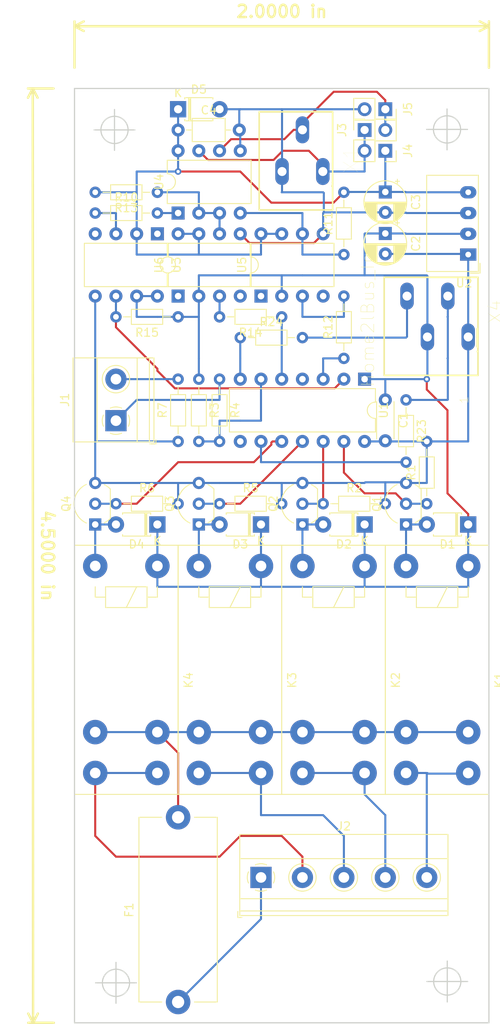
<source format=kicad_pcb>
(kicad_pcb (version 20171130) (host pcbnew 5.0.2+dfsg1-1)
  (title_block (title "Matrix Card 2x6") (date 2020-04-08) (company "Gundolf Kiefer"))
  (layers (0 F.Cu signal) (1 In1.Cu signal hide) (2 In2.Cu signal) (31 B.Cu signal) (34 B.Paste user) (35 F.Paste user) (36 B.SilkS user) (37 F.SilkS user) (38 B.Mask user) (39 F.Mask user) (44 Edge.Cuts user))
  (net 0 "")
  (net 1 +5V)
  (net 2 /SCL)
  (net 3 /SDA)
  (net 4 GND)
  (net 5 "Net-(R23-Pad2)")
  (net 6 "Net-(R24-Pad1)")
  (net 7 "Net-(R10-Pad2)")
  (net 8 "Net-(R11-Pad1)")
  (net 9 "Net-(R13-Pad1)")
  (net 10 +5VA)
  (net 11 /RS485_B)
  (net 12 /RS485_A)
  (net 13 GNDA)
  (net 14 "Net-(J1-Pad1)")
  (net 15 "Net-(J1-Pad2)")
  (net 16 "Net-(J2-Pad2)")
  (net 17 "Net-(J2-Pad3)")
  (net 18 "Net-(J2-Pad4)")
  (net 19 "Net-(F1-Pad1)")
  (net 20 "Net-(Q4-Pad2)")
  (net 21 "Net-(R12-Pad2)")
  (net 22 "Net-(R14-Pad2)")
  (net 23 "Net-(Q3-Pad2)")
  (net 24 "Net-(R10-Pad1)")
  (net 25 "Net-(Q1-Pad2)")
  (net 26 "Net-(Q2-Pad2)")
  (net 27 "Net-(R3-Pad2)")
  (net 28 "Net-(D4-Pad2)")
  (net 29 "Net-(F1-Pad2)")
  (net 30 "Net-(D3-Pad2)")
  (net 31 "Net-(D1-Pad2)")
  (net 32 "Net-(D2-Pad2)")
  (net 33 "Net-(U6-Pad1)")
  (net 34 "Net-(U3-Pad1)")
  (net 35 "Net-(U5-Pad1)")
  (net 36 "Net-(U1-Pad8)")
  (net 37 "Net-(U1-Pad4)")
  (net 38 "Net-(J2-Pad5)")
  (net 39 /UART_TX)
  (net 40 /UART_DRIVE)
  (net 41 /UART_RX)
  (module P-250-403 (layer F.Cu) (at 52.5687 59.66 270)
    (fp_text reference X1 (at -0.125235 -6.719085 270) (layer F.SilkS) (effects (font (size 1.790811 1.790811) (thickness 0.015))))
    (fp_text value RS485)
    (fp_text user 1 (at 8.81119 -3.17533 270) (layer F.SilkS) (effects (font (size 1.576803 1.576803) (thickness 0.015))))
    (pad L1 thru_hole oval (at 1.3 -3.2713 270) (size 3.3 1.65) (drill 1.1) (layers *.Cu *.Mask) (net 11 /RS485_B))
    (pad L2 thru_hole oval (at -3.8 -0.7713 270) (size 3.3 1.65) (drill 1.1) (layers *.Cu *.Mask) (net 12 /RS485_A))
    (pad L3 thru_hole oval (at 1.3 1.7287 270) (size 3.3 1.65) (drill 1.1) (layers *.Cu *.Mask) (net 13 GNDA))
  )
  (module Capacitor_THT:CP_Radial_D5.0mm_P2.50mm (layer F.Cu) (at 63.5 63.46 270)
    (fp_text reference C3 (at 1.25 -3.75 270) (layer F.SilkS))
    (fp_text value 10u)
    (pad 2 thru_hole circle (at 2.5 0 270) (size 1.6 1.6) (drill 0.8) (layers *.Cu *.Mask) (net 13 GNDA))
    (pad 1 thru_hole rect (at 0 0 270) (size 1.6 1.6) (drill 0.8) (layers *.Cu *.Mask) (net 10 +5VA))
  )
  (module Capacitor_THT:CP_Radial_D5.0mm_P2.50mm (layer F.Cu) (at 63.5 68.54 270)
    (fp_text reference C2 (at 1.25 -3.75 270) (layer F.SilkS))
    (fp_text value 10u)
    (pad 1 thru_hole rect (at 0 0 270) (size 1.6 1.6) (drill 0.8) (layers *.Cu *.Mask) (net 1 +5V))
    (pad 2 thru_hole circle (at 2.5 0 270) (size 1.6 1.6) (drill 0.8) (layers *.Cu *.Mask) (net 4 GND))
  )
  (module Converter_DCDC:Converter_DCDC_muRata_CRE1xxxxxxSC_THT (layer F.Cu) (at 73.66 71.12 180)
    (fp_text reference U2 (at 0.5 -3.5) (layer F.SilkS))
    (fp_text value CRE1S0505SC)
    (pad 4 thru_hole oval (at 0 7.62 90) (size 1.5 2) (drill 0.7) (layers *.Cu *.Mask) (net 10 +5VA))
    (pad 3 thru_hole oval (at 0 5.08 90) (size 1.5 2) (drill 0.7) (layers *.Cu *.Mask) (net 13 GNDA))
    (pad 2 thru_hole oval (at 0 2.54 90) (size 1.5 2) (drill 0.7) (layers *.Cu *.Mask) (net 1 +5V))
    (pad 1 thru_hole rect (at 0 0 90) (size 1.5 2) (drill 0.7) (layers *.Cu *.Mask) (net 4 GND))
  )
  (module Diode_THT:D_T-1_P5.08mm_Horizontal (layer F.Cu) (at 38.1 53.34)
    (fp_text reference D5 (at 2.54 -2.42) (layer F.SilkS))
    (fp_text value 5.6V)
    (fp_text user K (at 0 -2) (layer F.SilkS))
    (pad 1 thru_hole rect (at 0 0) (size 2 2) (drill 1) (layers *.Cu *.Mask) (net 10 +5VA))
    (pad 2 thru_hole oval (at 5.08 0) (size 2 2) (drill 1) (layers *.Cu *.Mask) (net 13 GNDA))
  )
  (module Relay_THT:Relay_SPST_Schrack-RP-II-1-16A-FormA_RM5mm (layer F.Cu) (at 73.66 109.22 270)
    (fp_text reference K1 (at 13.97 -3.81 270) (layer F.SilkS))
    (fp_text value "HF115F 005-1HS3B")
    (pad 14 thru_hole circle (at 25.32 0 270) (size 3 3) (drill 1.3) (layers *.Cu *.Mask) (net 38 "Net-(J2-Pad5)"))
    (pad 11 thru_hole circle (at 20.32 7.62 270) (size 3 3) (drill 1.3) (layers *.Cu *.Mask) (net 29 "Net-(F1-Pad2)"))
    (pad 14 thru_hole circle (at 25.32 7.62 270) (size 3 3) (drill 1.3) (layers *.Cu *.Mask) (net 38 "Net-(J2-Pad5)"))
    (pad 11 thru_hole circle (at 20.32 0 270) (size 3 3) (drill 1.3) (layers *.Cu *.Mask) (net 29 "Net-(F1-Pad2)"))
    (pad A2 thru_hole circle (at 0 7.62 270) (size 3 3) (drill 1.3) (layers *.Cu *.Mask) (net 31 "Net-(D1-Pad2)"))
    (pad A1 thru_hole circle (at 0 0 270) (size 3 3) (drill 1.3) (layers *.Cu *.Mask) (net 1 +5V))
  )
  (module Capacitor_THT:C_Disc_D4.3mm_W1.9mm_P5.00mm (layer F.Cu) (at 63.5 88.9 270)
    (fp_text reference C1 (at 2.5 -2.2 270) (layer F.SilkS))
    (fp_text value 100nF)
    (pad 2 thru_hole circle (at 5 0 270) (size 1.6 1.6) (drill 0.8) (layers *.Cu *.Mask) (net 4 GND))
    (pad 1 thru_hole circle (at 0 0 270) (size 1.6 1.6) (drill 0.8) (layers *.Cu *.Mask) (net 1 +5V))
  )
  (module Package_DIP:DIP-14_W7.62mm (layer F.Cu) (at 60.96 86.36 270)
    (fp_text reference U1 (at 3.81 -2.33 270) (layer F.SilkS))
    (fp_text value ATtiny84)
    (pad 14 thru_hole oval (at 7.62 0 270) (size 1.6 1.6) (drill 0.8) (layers *.Cu *.Mask) (net 4 GND))
    (pad 7 thru_hole oval (at 0 15.24 270) (size 1.6 1.6) (drill 0.8) (layers *.Cu *.Mask) (net 6 "Net-(R24-Pad1)"))
    (pad 13 thru_hole oval (at 7.62 2.54 270) (size 1.6 1.6) (drill 0.8) (layers *.Cu *.Mask) (net 25 "Net-(Q1-Pad2)"))
    (pad 6 thru_hole oval (at 0 12.7 270) (size 1.6 1.6) (drill 0.8) (layers *.Cu *.Mask) (net 27 "Net-(R3-Pad2)"))
    (pad 12 thru_hole oval (at 7.62 5.08 270) (size 1.6 1.6) (drill 0.8) (layers *.Cu *.Mask) (net 26 "Net-(Q2-Pad2)"))
    (pad 5 thru_hole oval (at 0 10.16 270) (size 1.6 1.6) (drill 0.8) (layers *.Cu *.Mask) (net 40 /UART_DRIVE))
    (pad 11 thru_hole oval (at 7.62 7.62 270) (size 1.6 1.6) (drill 0.8) (layers *.Cu *.Mask) (net 23 "Net-(Q3-Pad2)"))
    (pad 4 thru_hole oval (at 0 7.62 270) (size 1.6 1.6) (drill 0.8) (layers *.Cu *.Mask) (net 37 "Net-(U1-Pad4)"))
    (pad 10 thru_hole oval (at 7.62 10.16 270) (size 1.6 1.6) (drill 0.8) (layers *.Cu *.Mask) (net 20 "Net-(Q4-Pad2)"))
    (pad 3 thru_hole oval (at 0 5.08 270) (size 1.6 1.6) (drill 0.8) (layers *.Cu *.Mask) (net 39 /UART_TX))
    (pad 9 thru_hole oval (at 7.62 12.7 270) (size 1.6 1.6) (drill 0.8) (layers *.Cu *.Mask) (net 5 "Net-(R23-Pad2)"))
    (pad 2 thru_hole oval (at 0 2.54 270) (size 1.6 1.6) (drill 0.8) (layers *.Cu *.Mask) (net 41 /UART_RX))
    (pad 8 thru_hole oval (at 7.62 15.24 270) (size 1.6 1.6) (drill 0.8) (layers *.Cu *.Mask) (net 36 "Net-(U1-Pad8)"))
    (pad 1 thru_hole rect (at 0 0 270) (size 1.6 1.6) (drill 0.8) (layers *.Cu *.Mask) (net 1 +5V))
  )
  (module Resistor_THT:R_Axial_DIN0204_L3.6mm_D1.6mm_P7.62mm_Horizontal (layer F.Cu) (at 38.1 93.98 90)
    (fp_text reference R7 (at 3.81 -1.92 90) (layer F.SilkS))
    (fp_text value 1k)
    (pad 2 thru_hole oval (at 7.62 0 90) (size 1.4 1.4) (drill 0.7) (layers *.Cu *.Mask) (net 15 "Net-(J1-Pad2)"))
    (pad 1 thru_hole circle (at 0 0 90) (size 1.4 1.4) (drill 0.7) (layers *.Cu *.Mask) (net 4 GND))
  )
  (module Resistor_THT:R_Axial_DIN0204_L3.6mm_D1.6mm_P7.62mm_Horizontal (layer F.Cu) (at 43.18 86.36 270)
    (fp_text reference R4 (at 3.81 -1.92 270) (layer F.SilkS))
    (fp_text value 1k)
    (pad 2 thru_hole oval (at 7.62 0 270) (size 1.4 1.4) (drill 0.7) (layers *.Cu *.Mask) (net 27 "Net-(R3-Pad2)"))
    (pad 1 thru_hole circle (at 0 0 270) (size 1.4 1.4) (drill 0.7) (layers *.Cu *.Mask) (net 14 "Net-(J1-Pad1)"))
  )
  (module Resistor_THT:R_Axial_DIN0204_L3.6mm_D1.6mm_P7.62mm_Horizontal (layer F.Cu) (at 40.64 86.36 270)
    (fp_text reference R3 (at 3.81 -1.92 270) (layer F.SilkS))
    (fp_text value 10k)
    (pad 2 thru_hole oval (at 7.62 0 270) (size 1.4 1.4) (drill 0.7) (layers *.Cu *.Mask) (net 27 "Net-(R3-Pad2)"))
    (pad 1 thru_hole circle (at 0 0 270) (size 1.4 1.4) (drill 0.7) (layers *.Cu *.Mask) (net 1 +5V))
  )
  (module Resistor_THT:R_Axial_DIN0204_L3.6mm_D1.6mm_P7.62mm_Horizontal (layer F.Cu) (at 58.42 83.82 90)
    (fp_text reference R12 (at 3.81 -1.92 90) (layer F.SilkS))
    (fp_text value 330)
    (pad 2 thru_hole oval (at 7.62 0 90) (size 1.4 1.4) (drill 0.7) (layers *.Cu *.Mask) (net 21 "Net-(R12-Pad2)"))
    (pad 1 thru_hole circle (at 0 0 90) (size 1.4 1.4) (drill 0.7) (layers *.Cu *.Mask) (net 39 /UART_TX))
  )
  (module Resistor_THT:R_Axial_DIN0204_L3.6mm_D1.6mm_P7.62mm_Horizontal (layer F.Cu) (at 43.18 101.6)
    (fp_text reference R5 (at 3.81 -1.92) (layer F.SilkS))
    (fp_text value 10k)
    (pad 2 thru_hole oval (at 7.62 0) (size 1.4 1.4) (drill 0.7) (layers *.Cu *.Mask) (net 4 GND))
    (pad 1 thru_hole circle (at 0 0) (size 1.4 1.4) (drill 0.7) (layers *.Cu *.Mask) (net 23 "Net-(Q3-Pad2)"))
  )
  (module Connector_PinSocket_2.54mm:PinSocket_1x02_P2.54mm_Vertical (layer F.Cu) (at 63.5 58.42 270)
    (fp_text reference J4 (at 0 -2.77 270) (layer F.SilkS))
    (fp_text value R+)
    (pad 2 thru_hole oval (at 0 2.54 270) (size 1.7 1.7) (drill 1) (layers *.Cu *.Mask) (net 11 /RS485_B))
    (pad 1 thru_hole rect (at 0 0 270) (size 1.7 1.7) (drill 1) (layers *.Cu *.Mask) (net 10 +5VA))
  )
  (module Connector_PinSocket_2.54mm:PinSocket_1x02_P2.54mm_Vertical (layer F.Cu) (at 63.5 53.34 270)
    (fp_text reference J5 (at 0 -2.77 270) (layer F.SilkS))
    (fp_text value R-)
    (pad 2 thru_hole oval (at 0 2.54 270) (size 1.7 1.7) (drill 1) (layers *.Cu *.Mask) (net 13 GNDA))
    (pad 1 thru_hole rect (at 0 0 270) (size 1.7 1.7) (drill 1) (layers *.Cu *.Mask) (net 12 /RS485_A))
  )
  (module Resistor_THT:R_Axial_DIN0204_L3.6mm_D1.6mm_P7.62mm_Horizontal (layer F.Cu) (at 30.48 101.6)
    (fp_text reference R6 (at 3.81 -1.92) (layer F.SilkS))
    (fp_text value 10k)
    (pad 2 thru_hole oval (at 7.62 0) (size 1.4 1.4) (drill 0.7) (layers *.Cu *.Mask) (net 4 GND))
    (pad 1 thru_hole circle (at 0 0) (size 1.4 1.4) (drill 0.7) (layers *.Cu *.Mask) (net 20 "Net-(Q4-Pad2)"))
  )
  (module Capacitor_THT:C_Axial_L3.8mm_D2.6mm_P7.50mm_Horizontal (layer F.Cu) (at 38.1 55.88)
    (fp_text reference C4 (at 3.75 -2.42) (layer F.SilkS))
    (fp_text value 100nF)
    (pad 2 thru_hole oval (at 7.5 0) (size 1.6 1.6) (drill 0.8) (layers *.Cu *.Mask) (net 13 GNDA))
    (pad 1 thru_hole circle (at 0 0) (size 1.6 1.6) (drill 0.8) (layers *.Cu *.Mask) (net 10 +5VA))
  )
  (module Connector_PinSocket_2.54mm:PinSocket_1x02_P2.54mm_Vertical (layer F.Cu) (at 60.96 55.88 90)
    (fp_text reference J3 (at 0 -2.77 90) (layer F.SilkS))
    (fp_text value RT)
    (pad 2 thru_hole oval (at 0 2.54 90) (size 1.7 1.7) (drill 1) (layers *.Cu *.Mask) (net 12 /RS485_A))
    (pad 1 thru_hole rect (at 0 0 90) (size 1.7 1.7) (drill 1) (layers *.Cu *.Mask) (net 11 /RS485_B))
  )
  (module TerminalBlock_Phoenix:TerminalBlock_Phoenix_MKDS-1,5-2-5.08_1x02_P5.08mm_Horizontal (layer F.Cu) (at 30.48 91.44 90)
    (fp_text reference J1 (at 2.54 -6.26 90) (layer F.SilkS))
    (fp_text value DoorSense)
    (pad 2 thru_hole circle (at 5.08 0 90) (size 2.6 2.6) (drill 1.3) (layers *.Cu *.Mask) (net 15 "Net-(J1-Pad2)"))
    (pad 1 thru_hole rect (at 0 0 90) (size 2.6 2.6) (drill 1.3) (layers *.Cu *.Mask) (net 14 "Net-(J1-Pad1)"))
  )
  (module Fuse:Fuseholder_Cylinder-5x20mm_Stelvio-Kontek_PTF78_Horizontal_Open (layer F.Cu) (at 38.1 162.56 90)
    (fp_text reference F1 (at 11.25 -6 90) (layer F.SilkS))
    (fp_text value Fuse)
    (pad 2 thru_hole circle (at 22.6 0 90) (size 3 3) (drill 1.5) (layers *.Cu *.Mask) (net 29 "Net-(F1-Pad2)"))
    (pad 1 thru_hole circle (at 0 0 90) (size 3 3) (drill 1.5) (layers *.Cu *.Mask) (net 19 "Net-(F1-Pad1)"))
  )
  (module Package_TO_SOT_THT:TO-92_Inline_Wide (layer F.Cu) (at 66.04 104.14 90)
    (fp_text reference Q1 (at 2.54 -3.56 90) (layer F.SilkS))
    (fp_text value BS170)
    (pad 1 thru_hole rect (at 0 0 180) (size 1.5 1.5) (drill 0.8) (layers *.Cu *.Mask) (net 31 "Net-(D1-Pad2)"))
    (pad 3 thru_hole circle (at 5.08 0 180) (size 1.5 1.5) (drill 0.8) (layers *.Cu *.Mask) (net 4 GND))
    (pad 2 thru_hole circle (at 2.54 0 180) (size 1.5 1.5) (drill 0.8) (layers *.Cu *.Mask) (net 25 "Net-(Q1-Pad2)"))
  )
  (module Package_TO_SOT_THT:TO-92_Inline_Wide (layer F.Cu) (at 53.34 104.14 90)
    (fp_text reference Q2 (at 2.54 -3.56 90) (layer F.SilkS))
    (fp_text value BS170)
    (pad 1 thru_hole rect (at 0 0 180) (size 1.5 1.5) (drill 0.8) (layers *.Cu *.Mask) (net 32 "Net-(D2-Pad2)"))
    (pad 3 thru_hole circle (at 5.08 0 180) (size 1.5 1.5) (drill 0.8) (layers *.Cu *.Mask) (net 4 GND))
    (pad 2 thru_hole circle (at 2.54 0 180) (size 1.5 1.5) (drill 0.8) (layers *.Cu *.Mask) (net 26 "Net-(Q2-Pad2)"))
  )
  (module Package_TO_SOT_THT:TO-92_Inline_Wide (layer F.Cu) (at 27.94 104.14 90)
    (fp_text reference Q4 (at 2.54 -3.56 90) (layer F.SilkS))
    (fp_text value BS170)
    (pad 1 thru_hole rect (at 0 0 180) (size 1.5 1.5) (drill 0.8) (layers *.Cu *.Mask) (net 28 "Net-(D4-Pad2)"))
    (pad 3 thru_hole circle (at 5.08 0 180) (size 1.5 1.5) (drill 0.8) (layers *.Cu *.Mask) (net 4 GND))
    (pad 2 thru_hole circle (at 2.54 0 180) (size 1.5 1.5) (drill 0.8) (layers *.Cu *.Mask) (net 20 "Net-(Q4-Pad2)"))
  )
  (module Package_TO_SOT_THT:TO-92_Inline_Wide (layer F.Cu) (at 40.64 104.14 90)
    (fp_text reference Q3 (at 2.54 -3.56 90) (layer F.SilkS))
    (fp_text value BS170)
    (pad 1 thru_hole rect (at 0 0 180) (size 1.5 1.5) (drill 0.8) (layers *.Cu *.Mask) (net 30 "Net-(D3-Pad2)"))
    (pad 3 thru_hole circle (at 5.08 0 180) (size 1.5 1.5) (drill 0.8) (layers *.Cu *.Mask) (net 4 GND))
    (pad 2 thru_hole circle (at 2.54 0 180) (size 1.5 1.5) (drill 0.8) (layers *.Cu *.Mask) (net 23 "Net-(Q3-Pad2)"))
  )
  (module 250-404_000-012:P-250-404 (layer F.Cu) (at 69.1472 79.9 270)
    (fp_text reference X4 (at -1.80022 -7.8138 270) (layer F.SilkS) (effects (font (size 1.57501 1.57501) (thickness 0.05))))
    (fp_text value Home2lBus_In (at -0.80054 7.79256 270) (layer F.SilkS) (effects (font (size 1.57589 1.57589) (thickness 0.05))))
    (fp_text user 1 (at 9.00484 -4.01496 270) (layer F.SilkS) (effects (font (thickness 0.05))))
    (pad L4 thru_hole oval (at -3.7 2.9872 270) (size 3.3 1.65) (drill 1.1) (layers *.Cu *.Mask) (net 3 /SDA))
    (pad L3 thru_hole oval (at 1.3 0.4872 270) (size 3.3 1.65) (drill 1.1) (layers *.Cu *.Mask) (net 1 +5V))
    (pad L2 thru_hole oval (at -3.7 -2.0128 270) (size 3.3 1.65) (drill 1.1) (layers *.Cu *.Mask) (net 2 /SCL))
    (pad L1 thru_hole oval (at 1.3 -4.5128 90) (size 3.3 1.65) (drill 1.1) (layers *.Cu *.Mask) (net 4 GND))
  )
  (module Diode_THT:D_T-1_P5.08mm_Horizontal (layer F.Cu) (at 73.66 104.14 180)
    (fp_text reference D1 (at 2.54 -2.42 180) (layer F.SilkS))
    (fp_text value D)
    (fp_text user K (at 0 -2 180) (layer F.SilkS))
    (pad 2 thru_hole oval (at 5.08 0 180) (size 2 2) (drill 1) (layers *.Cu *.Mask) (net 31 "Net-(D1-Pad2)"))
    (pad 1 thru_hole rect (at 0 0 180) (size 2 2) (drill 1) (layers *.Cu *.Mask) (net 1 +5V))
  )
  (module Diode_THT:D_T-1_P5.08mm_Horizontal (layer F.Cu) (at 60.96 104.14 180)
    (fp_text reference D2 (at 2.54 -2.42 180) (layer F.SilkS))
    (fp_text value D)
    (fp_text user K (at 0 -2 180) (layer F.SilkS))
    (pad 2 thru_hole oval (at 5.08 0 180) (size 2 2) (drill 1) (layers *.Cu *.Mask) (net 32 "Net-(D2-Pad2)"))
    (pad 1 thru_hole rect (at 0 0 180) (size 2 2) (drill 1) (layers *.Cu *.Mask) (net 1 +5V))
  )
  (module Diode_THT:D_T-1_P5.08mm_Horizontal (layer F.Cu) (at 48.26 104.14 180)
    (fp_text reference D3 (at 2.54 -2.42 180) (layer F.SilkS))
    (fp_text value D)
    (fp_text user K (at 0 -2 180) (layer F.SilkS))
    (pad 2 thru_hole oval (at 5.08 0 180) (size 2 2) (drill 1) (layers *.Cu *.Mask) (net 30 "Net-(D3-Pad2)"))
    (pad 1 thru_hole rect (at 0 0 180) (size 2 2) (drill 1) (layers *.Cu *.Mask) (net 1 +5V))
  )
  (module Diode_THT:D_T-1_P5.08mm_Horizontal (layer F.Cu) (at 35.56 104.14 180)
    (fp_text reference D4 (at 2.54 -2.42 180) (layer F.SilkS))
    (fp_text value D)
    (fp_text user K (at 0 -2 180) (layer F.SilkS))
    (pad 2 thru_hole oval (at 5.08 0 180) (size 2 2) (drill 1) (layers *.Cu *.Mask) (net 28 "Net-(D4-Pad2)"))
    (pad 1 thru_hole rect (at 0 0 180) (size 2 2) (drill 1) (layers *.Cu *.Mask) (net 1 +5V))
  )
  (module Package_DIP:DIP-8_W7.62mm (layer F.Cu) (at 48.26 76.2 90)
    (fp_text reference U5 (at 3.81 -2.33 90) (layer F.SilkS))
    (fp_text value 6N137)
    (pad 8 thru_hole oval (at 7.62 0 90) (size 1.6 1.6) (drill 0.8) (layers *.Cu *.Mask) (net 10 +5VA))
    (pad 4 thru_hole oval (at 0 7.62 90) (size 1.6 1.6) (drill 0.8) (layers *.Cu *.Mask))
    (pad 7 thru_hole oval (at 7.62 2.54 90) (size 1.6 1.6) (drill 0.8) (layers *.Cu *.Mask) (net 10 +5VA))
    (pad 3 thru_hole oval (at 0 5.08 90) (size 1.6 1.6) (drill 0.8) (layers *.Cu *.Mask) (net 21 "Net-(R12-Pad2)"))
    (pad 6 thru_hole oval (at 7.62 5.08 90) (size 1.6 1.6) (drill 0.8) (layers *.Cu *.Mask) (net 8 "Net-(R11-Pad1)"))
    (pad 2 thru_hole oval (at 0 2.54 90) (size 1.6 1.6) (drill 0.8) (layers *.Cu *.Mask) (net 1 +5V))
    (pad 5 thru_hole oval (at 7.62 7.62 90) (size 1.6 1.6) (drill 0.8) (layers *.Cu *.Mask) (net 13 GNDA))
    (pad 1 thru_hole rect (at 0 0 90) (size 1.6 1.6) (drill 0.8) (layers *.Cu *.Mask) (net 35 "Net-(U5-Pad1)"))
  )
  (module Package_DIP:DIP-8_W7.62mm (layer F.Cu) (at 38.1 66.04 90)
    (fp_text reference U4 (at 3.81 -2.33 90) (layer F.SilkS))
    (fp_text value MAX485E)
    (pad 8 thru_hole oval (at 7.62 0 90) (size 1.6 1.6) (drill 0.8) (layers *.Cu *.Mask) (net 10 +5VA))
    (pad 4 thru_hole oval (at 0 7.62 90) (size 1.6 1.6) (drill 0.8) (layers *.Cu *.Mask) (net 8 "Net-(R11-Pad1)"))
    (pad 7 thru_hole oval (at 7.62 2.54 90) (size 1.6 1.6) (drill 0.8) (layers *.Cu *.Mask) (net 11 /RS485_B))
    (pad 3 thru_hole oval (at 0 5.08 90) (size 1.6 1.6) (drill 0.8) (layers *.Cu *.Mask) (net 9 "Net-(R13-Pad1)"))
    (pad 6 thru_hole oval (at 7.62 5.08 90) (size 1.6 1.6) (drill 0.8) (layers *.Cu *.Mask) (net 12 /RS485_A))
    (pad 2 thru_hole oval (at 0 2.54 90) (size 1.6 1.6) (drill 0.8) (layers *.Cu *.Mask) (net 9 "Net-(R13-Pad1)"))
    (pad 5 thru_hole oval (at 7.62 7.62 90) (size 1.6 1.6) (drill 0.8) (layers *.Cu *.Mask) (net 13 GNDA))
    (pad 1 thru_hole rect (at 0 0 90) (size 1.6 1.6) (drill 0.8) (layers *.Cu *.Mask) (net 7 "Net-(R10-Pad2)"))
  )
  (module Package_DIP:DIP-8_W7.62mm (layer F.Cu) (at 35.56 68.58 270)
    (fp_text reference U3 (at 3.81 -2.33 270) (layer F.SilkS))
    (fp_text value 6N137)
    (pad 8 thru_hole oval (at 7.62 0 270) (size 1.6 1.6) (drill 0.8) (layers *.Cu *.Mask) (net 1 +5V))
    (pad 4 thru_hole oval (at 0 7.62 270) (size 1.6 1.6) (drill 0.8) (layers *.Cu *.Mask))
    (pad 7 thru_hole oval (at 7.62 2.54 270) (size 1.6 1.6) (drill 0.8) (layers *.Cu *.Mask) (net 1 +5V))
    (pad 3 thru_hole oval (at 0 5.08 270) (size 1.6 1.6) (drill 0.8) (layers *.Cu *.Mask) (net 24 "Net-(R10-Pad1)"))
    (pad 6 thru_hole oval (at 7.62 5.08 270) (size 1.6 1.6) (drill 0.8) (layers *.Cu *.Mask) (net 41 /UART_RX))
    (pad 2 thru_hole oval (at 0 2.54 270) (size 1.6 1.6) (drill 0.8) (layers *.Cu *.Mask) (net 10 +5VA))
    (pad 5 thru_hole oval (at 7.62 7.62 270) (size 1.6 1.6) (drill 0.8) (layers *.Cu *.Mask) (net 4 GND))
    (pad 1 thru_hole rect (at 0 0 270) (size 1.6 1.6) (drill 0.8) (layers *.Cu *.Mask) (net 34 "Net-(U3-Pad1)"))
  )
  (module Package_DIP:DIP-8_W7.62mm (layer F.Cu) (at 38.1 76.2 90)
    (fp_text reference U6 (at 3.81 -2.33 90) (layer F.SilkS))
    (fp_text value 6N137)
    (pad 8 thru_hole oval (at 7.62 0 90) (size 1.6 1.6) (drill 0.8) (layers *.Cu *.Mask) (net 10 +5VA))
    (pad 4 thru_hole oval (at 0 7.62 90) (size 1.6 1.6) (drill 0.8) (layers *.Cu *.Mask))
    (pad 7 thru_hole oval (at 7.62 2.54 90) (size 1.6 1.6) (drill 0.8) (layers *.Cu *.Mask) (net 10 +5VA))
    (pad 3 thru_hole oval (at 0 5.08 90) (size 1.6 1.6) (drill 0.8) (layers *.Cu *.Mask) (net 22 "Net-(R14-Pad2)"))
    (pad 6 thru_hole oval (at 7.62 5.08 90) (size 1.6 1.6) (drill 0.8) (layers *.Cu *.Mask) (net 9 "Net-(R13-Pad1)"))
    (pad 2 thru_hole oval (at 0 2.54 90) (size 1.6 1.6) (drill 0.8) (layers *.Cu *.Mask) (net 1 +5V))
    (pad 5 thru_hole oval (at 7.62 7.62 90) (size 1.6 1.6) (drill 0.8) (layers *.Cu *.Mask) (net 13 GNDA))
    (pad 1 thru_hole rect (at 0 0 90) (size 1.6 1.6) (drill 0.8) (layers *.Cu *.Mask) (net 33 "Net-(U6-Pad1)"))
  )
  (module Relay_THT:Relay_SPST_Schrack-RP-II-1-16A-FormA_RM5mm (layer F.Cu) (at 60.96 109.22 270)
    (fp_text reference K2 (at 13.97 -3.81 270) (layer F.SilkS))
    (fp_text value "HF115F 005-1HS3B")
    (pad 14 thru_hole circle (at 25.32 0 270) (size 3 3) (drill 1.3) (layers *.Cu *.Mask) (net 18 "Net-(J2-Pad4)"))
    (pad 11 thru_hole circle (at 20.32 7.62 270) (size 3 3) (drill 1.3) (layers *.Cu *.Mask) (net 29 "Net-(F1-Pad2)"))
    (pad 14 thru_hole circle (at 25.32 7.62 270) (size 3 3) (drill 1.3) (layers *.Cu *.Mask) (net 18 "Net-(J2-Pad4)"))
    (pad 11 thru_hole circle (at 20.32 0 270) (size 3 3) (drill 1.3) (layers *.Cu *.Mask) (net 29 "Net-(F1-Pad2)"))
    (pad A2 thru_hole circle (at 0 7.62 270) (size 3 3) (drill 1.3) (layers *.Cu *.Mask) (net 32 "Net-(D2-Pad2)"))
    (pad A1 thru_hole circle (at 0 0 270) (size 3 3) (drill 1.3) (layers *.Cu *.Mask) (net 1 +5V))
  )
  (module Relay_THT:Relay_SPST_Schrack-RP-II-1-16A-FormA_RM5mm (layer F.Cu) (at 48.26 109.22 270)
    (fp_text reference K3 (at 13.97 -3.81 270) (layer F.SilkS))
    (fp_text value "HF115F 005-1HS3B")
    (pad 14 thru_hole circle (at 25.32 0 270) (size 3 3) (drill 1.3) (layers *.Cu *.Mask) (net 17 "Net-(J2-Pad3)"))
    (pad 11 thru_hole circle (at 20.32 7.62 270) (size 3 3) (drill 1.3) (layers *.Cu *.Mask) (net 29 "Net-(F1-Pad2)"))
    (pad 14 thru_hole circle (at 25.32 7.62 270) (size 3 3) (drill 1.3) (layers *.Cu *.Mask) (net 17 "Net-(J2-Pad3)"))
    (pad 11 thru_hole circle (at 20.32 0 270) (size 3 3) (drill 1.3) (layers *.Cu *.Mask) (net 29 "Net-(F1-Pad2)"))
    (pad A2 thru_hole circle (at 0 7.62 270) (size 3 3) (drill 1.3) (layers *.Cu *.Mask) (net 30 "Net-(D3-Pad2)"))
    (pad A1 thru_hole circle (at 0 0 270) (size 3 3) (drill 1.3) (layers *.Cu *.Mask) (net 1 +5V))
  )
  (module Relay_THT:Relay_SPST_Schrack-RP-II-1-16A-FormA_RM5mm (layer F.Cu) (at 35.56 109.22 270)
    (fp_text reference K4 (at 13.97 -3.81 270) (layer F.SilkS))
    (fp_text value "HF115F 005-1HS3B")
    (pad 14 thru_hole circle (at 25.32 0 270) (size 3 3) (drill 1.3) (layers *.Cu *.Mask) (net 16 "Net-(J2-Pad2)"))
    (pad 11 thru_hole circle (at 20.32 7.62 270) (size 3 3) (drill 1.3) (layers *.Cu *.Mask) (net 29 "Net-(F1-Pad2)"))
    (pad 14 thru_hole circle (at 25.32 7.62 270) (size 3 3) (drill 1.3) (layers *.Cu *.Mask) (net 16 "Net-(J2-Pad2)"))
    (pad 11 thru_hole circle (at 20.32 0 270) (size 3 3) (drill 1.3) (layers *.Cu *.Mask) (net 29 "Net-(F1-Pad2)"))
    (pad A2 thru_hole circle (at 0 7.62 270) (size 3 3) (drill 1.3) (layers *.Cu *.Mask) (net 28 "Net-(D4-Pad2)"))
    (pad A1 thru_hole circle (at 0 0 270) (size 3 3) (drill 1.3) (layers *.Cu *.Mask) (net 1 +5V))
  )
  (module Resistor_THT:R_Axial_DIN0204_L3.6mm_D1.6mm_P7.62mm_Horizontal (layer F.Cu) (at 45.72 81.28)
    (fp_text reference R24 (at 3.81 -1.92) (layer F.SilkS))
    (fp_text value 100)
    (pad 2 thru_hole oval (at 7.62 0) (size 1.4 1.4) (drill 0.7) (layers *.Cu *.Mask) (net 3 /SDA))
    (pad 1 thru_hole circle (at 0 0) (size 1.4 1.4) (drill 0.7) (layers *.Cu *.Mask) (net 6 "Net-(R24-Pad1)"))
  )
  (module Resistor_THT:R_Axial_DIN0204_L3.6mm_D1.6mm_P7.62mm_Horizontal (layer F.Cu) (at 55.88 101.6)
    (fp_text reference R2 (at 3.81 -1.92) (layer F.SilkS))
    (fp_text value 10k)
    (pad 2 thru_hole oval (at 7.62 0) (size 1.4 1.4) (drill 0.7) (layers *.Cu *.Mask) (net 4 GND))
    (pad 1 thru_hole circle (at 0 0) (size 1.4 1.4) (drill 0.7) (layers *.Cu *.Mask) (net 26 "Net-(Q2-Pad2)"))
  )
  (module Resistor_THT:R_Axial_DIN0204_L3.6mm_D1.6mm_P7.62mm_Horizontal (layer F.Cu) (at 68.58 101.6 90)
    (fp_text reference R1 (at 3.81 -1.92 90) (layer F.SilkS))
    (fp_text value 10k)
    (pad 2 thru_hole oval (at 7.62 0 90) (size 1.4 1.4) (drill 0.7) (layers *.Cu *.Mask) (net 4 GND))
    (pad 1 thru_hole circle (at 0 0 90) (size 1.4 1.4) (drill 0.7) (layers *.Cu *.Mask) (net 25 "Net-(Q1-Pad2)"))
  )
  (module Resistor_THT:R_Axial_DIN0204_L3.6mm_D1.6mm_P7.62mm_Horizontal (layer F.Cu) (at 27.94 66.04)
    (fp_text reference R10 (at 3.81 -1.92) (layer F.SilkS))
    (fp_text value 330)
    (pad 2 thru_hole oval (at 7.62 0) (size 1.4 1.4) (drill 0.7) (layers *.Cu *.Mask) (net 7 "Net-(R10-Pad2)"))
    (pad 1 thru_hole circle (at 0 0) (size 1.4 1.4) (drill 0.7) (layers *.Cu *.Mask) (net 24 "Net-(R10-Pad1)"))
  )
  (module Resistor_THT:R_Axial_DIN0204_L3.6mm_D1.6mm_P7.62mm_Horizontal (layer F.Cu) (at 66.04 88.9 270)
    (fp_text reference R23 (at 3.81 -1.92 270) (layer F.SilkS))
    (fp_text value 100)
    (pad 2 thru_hole oval (at 7.62 0 270) (size 1.4 1.4) (drill 0.7) (layers *.Cu *.Mask) (net 5 "Net-(R23-Pad2)"))
    (pad 1 thru_hole circle (at 0 0 270) (size 1.4 1.4) (drill 0.7) (layers *.Cu *.Mask) (net 2 /SCL))
  )
  (module Resistor_THT:R_Axial_DIN0204_L3.6mm_D1.6mm_P7.62mm_Horizontal (layer F.Cu) (at 38.1 78.74 180)
    (fp_text reference R15 (at 3.81 -1.92 180) (layer F.SilkS))
    (fp_text value 1k)
    (pad 2 thru_hole oval (at 7.62 0 180) (size 1.4 1.4) (drill 0.7) (layers *.Cu *.Mask) (net 41 /UART_RX))
    (pad 1 thru_hole circle (at 0 0 180) (size 1.4 1.4) (drill 0.7) (layers *.Cu *.Mask) (net 1 +5V))
  )
  (module Resistor_THT:R_Axial_DIN0204_L3.6mm_D1.6mm_P7.62mm_Horizontal (layer F.Cu) (at 50.8 78.74 180)
    (fp_text reference R14 (at 3.81 -1.92 180) (layer F.SilkS))
    (fp_text value 330)
    (pad 2 thru_hole oval (at 7.62 0 180) (size 1.4 1.4) (drill 0.7) (layers *.Cu *.Mask) (net 22 "Net-(R14-Pad2)"))
    (pad 1 thru_hole circle (at 0 0 180) (size 1.4 1.4) (drill 0.7) (layers *.Cu *.Mask) (net 40 /UART_DRIVE))
  )
  (module Resistor_THT:R_Axial_DIN0204_L3.6mm_D1.6mm_P7.62mm_Horizontal (layer F.Cu) (at 58.42 71.12 90)
    (fp_text reference R11 (at 3.81 -1.92 90) (layer F.SilkS))
    (fp_text value 1k)
    (pad 2 thru_hole oval (at 7.62 0 90) (size 1.4 1.4) (drill 0.7) (layers *.Cu *.Mask) (net 10 +5VA))
    (pad 1 thru_hole circle (at 0 0 90) (size 1.4 1.4) (drill 0.7) (layers *.Cu *.Mask) (net 8 "Net-(R11-Pad1)"))
  )
  (module Resistor_THT:R_Axial_DIN0204_L3.6mm_D1.6mm_P7.62mm_Horizontal (layer F.Cu) (at 35.56 63.5 180)
    (fp_text reference R13 (at 3.81 -1.92 180) (layer F.SilkS))
    (fp_text value 1k)
    (pad 2 thru_hole oval (at 7.62 0 180) (size 1.4 1.4) (drill 0.7) (layers *.Cu *.Mask) (net 10 +5VA))
    (pad 1 thru_hole circle (at 0 0 180) (size 1.4 1.4) (drill 0.7) (layers *.Cu *.Mask) (net 9 "Net-(R13-Pad1)"))
  )
  (module TerminalBlock_Phoenix:TerminalBlock_Phoenix_MKDS-1,5-5-5.08_1x05_P5.08mm_Horizontal (layer F.Cu) (at 48.26 147.32)
    (fp_text reference J2 (at 10.16 -6.26) (layer F.SilkS))
    (fp_text value Load)
    (pad 5 thru_hole circle (at 20.32 0) (size 2.6 2.6) (drill 1.3) (layers *.Cu *.Mask) (net 38 "Net-(J2-Pad5)"))
    (pad 4 thru_hole circle (at 15.24 0) (size 2.6 2.6) (drill 1.3) (layers *.Cu *.Mask) (net 18 "Net-(J2-Pad4)"))
    (pad 3 thru_hole circle (at 10.16 0) (size 2.6 2.6) (drill 1.3) (layers *.Cu *.Mask) (net 17 "Net-(J2-Pad3)"))
    (pad 2 thru_hole circle (at 5.08 0) (size 2.6 2.6) (drill 1.3) (layers *.Cu *.Mask) (net 16 "Net-(J2-Pad2)"))
    (pad 1 thru_hole rect (at 0 0) (size 2.6 2.6) (drill 1.3) (layers *.Cu *.Mask) (net 19 "Net-(F1-Pad1)"))
  )
  (gr_line (start 25.4 50.8) (end 25.4 165.1) (layer Edge.Cuts) (width 0.15))
  (dimension 114.300005 (width 0.3) (layer F.SilkS) (gr_text "114.300 mm" (at 18.202812 107.951396 270.0172318) (layer F.SilkS) (effects (font (size 1.5 1.5) (thickness 0.3)))) (feature1 (pts (xy 22.86 165.1) (xy 19.733579 165.10094))) (feature2 (pts (xy 22.825624 50.8) (xy 19.699203 50.80094))) (crossbar (pts (xy 20.285624 50.800764) (xy 20.32 165.100764))) (arrow1a (pts (xy 20.32 165.100764) (xy 19.73324 163.974437))) (arrow1b (pts (xy 20.32 165.100764) (xy 20.906082 163.974084))) (arrow2a (pts (xy 20.285624 50.800764) (xy 19.699542 51.927444))) (arrow2b (pts (xy 20.285624 50.800764) (xy 20.872384 51.927091))))
  (target plus (at 71.09433 160.050398) (size 5) (width 0.15) (layer Edge.Cuts))
  (target plus (at 30.484989 160.212536) (size 5) (width 0.15) (layer Edge.Cuts))
  (target plus (at 71.06438 55.807253) (size 5) (width 0.15) (layer Edge.Cuts))
  (target plus (at 30.302565 55.870249) (size 5) (width 0.15) (layer Edge.Cuts))
  (gr_line (start 76.2 165.1) (end 76.2 50.8) (layer Edge.Cuts) (width 0.15))
  (gr_line (start 25.4 165.1) (end 76.2 165.1) (layer Edge.Cuts) (width 0.15))
  (gr_line (start 76.2 50.8) (end 25.4 50.8) (layer Edge.Cuts) (width 0.15))
  (dimension 50.8 (width 0.3) (layer F.SilkS) (gr_text "50.800 mm" (at 50.8 41.08) (layer F.SilkS) (effects (font (size 1.5 1.5) (thickness 0.3)))) (feature1 (pts (xy 76.2 48.26) (xy 76.2 42.593579))) (feature2 (pts (xy 25.4 48.26) (xy 25.4 42.593579))) (crossbar (pts (xy 25.4 43.18) (xy 76.2 43.18))) (arrow1a (pts (xy 76.2 43.18) (xy 75.073496 43.766421))) (arrow1b (pts (xy 76.2 43.18) (xy 75.073496 42.593579))) (arrow2a (pts (xy 25.4 43.18) (xy 26.526504 43.766421))) (arrow2b (pts (xy 25.4 43.18) (xy 26.526504 42.593579))))
  (segment (start 35.56 109.22) (end 35.56 104.14) (width 0.25) (layer B.Cu) (net 1))
  (segment (start 48.26 104.14) (end 48.26 109.22) (width 0.25) (layer B.Cu) (net 1))
  (segment (start 60.96 109.22) (end 60.96 104.14) (width 0.25) (layer B.Cu) (net 1))
  (segment (start 35.56 109.22) (end 35.56 111.76) (width 0.25) (layer B.Cu) (net 1))
  (segment (start 35.56 111.76) (end 48.26 111.76) (width 0.25) (layer B.Cu) (net 1))
  (segment (start 48.26 111.76) (end 48.26 109.22) (width 0.25) (layer B.Cu) (net 1))
  (segment (start 48.26 111.76) (end 60.96 111.76) (width 0.25) (layer B.Cu) (net 1))
  (segment (start 60.96 111.76) (end 60.96 109.22) (width 0.25) (layer B.Cu) (net 1))
  (segment (start 60.96 111.76) (end 73.66 111.76) (width 0.25) (layer B.Cu) (net 1))
  (segment (start 33.02 78.74) (end 33.02 76.2) (width 0.25) (layer B.Cu) (net 1))
  (segment (start 40.64 78.74) (end 35.56 78.74) (width 0.25) (layer B.Cu) (net 1))
  (segment (start 68.66 80.375) (end 68.66 81.2) (width 0.25) (layer F.Cu) (net 1))
  (segment (start 35.56 78.74) (end 33.02 78.74) (width 0.25) (layer B.Cu) (net 1))
  (segment (start 33.02 76.2) (end 35.56 76.2) (width 0.25) (layer B.Cu) (net 1))
  (segment (start 60.96 86.36) (end 63.5 86.36) (width 0.25) (layer B.Cu) (net 1))
  (segment (start 63.5 86.36) (end 63.5 88.9) (width 0.25) (layer B.Cu) (net 1))
  (segment (start 63.5 86.36) (end 68.58 86.36) (width 0.25) (layer B.Cu) (net 1))
  (segment (start 68.66 81.2) (end 68.66 86.28) (width 0.25) (layer B.Cu) (net 1))
  (segment (start 40.64 76.2) (end 40.64 83.82) (width 0.25) (layer B.Cu) (net 1))
  (segment (start 40.64 86.36) (end 40.64 83.82) (width 0.25) (layer B.Cu) (net 1))
  (segment (start 40.64 76.2) (end 40.64 73.66) (width 0.25) (layer B.Cu) (net 1))
  (segment (start 68.66 73.74) (end 68.66 81.2) (width 0.25) (layer B.Cu) (net 1))
  (segment (start 68.58 73.66) (end 68.66 73.74) (width 0.25) (layer B.Cu) (net 1))
  (segment (start 50.8 76.2) (end 50.8 73.66) (width 0.25) (layer B.Cu) (net 1))
  (segment (start 40.64 73.66) (end 53.34 73.66) (width 0.25) (layer B.Cu) (net 1))
  (segment (start 73.66 111.76) (end 73.66 109.22) (width 0.25) (layer B.Cu) (net 1))
  (segment (start 73.66 104.14) (end 73.66 109.22) (width 0.25) (layer B.Cu) (net 1))
  (segment (start 73.66 104.14) (end 73.66 102.87) (width 0.25) (layer F.Cu) (net 1))
  (segment (start 73.66 102.87) (end 71.12 100.33) (width 0.25) (layer F.Cu) (net 1))
  (segment (start 71.12 100.33) (end 71.12 90.17) (width 0.25) (layer F.Cu) (net 1))
  (segment (start 71.12 90.17) (end 68.58 87.63) (width 0.25) (layer F.Cu) (net 1))
  (segment (start 68.58 87.63) (end 68.58 86.36) (width 0.25) (layer F.Cu) (net 1))
  (segment (start 68.58 86.36) (end 68.58 86.36) (width 0.25) (layer B.Cu) (net 1))
  (via (at 68.58 86.36) (size 0.8) (drill 0.4) (layers F.Cu B.Cu) (net 1))
  (segment (start 66.04 68.58) (end 73.66 68.58) (width 0.25) (layer B.Cu) (net 1))
  (segment (start 66 68.54) (end 63.5 68.54) (width 0.25) (layer B.Cu) (net 1))
  (segment (start 66.04 68.58) (end 66 68.54) (width 0.25) (layer B.Cu) (net 1))
  (segment (start 63.5 68.54) (end 61 68.54) (width 0.25) (layer B.Cu) (net 1))
  (segment (start 60.96 68.58) (end 60.96 73.66) (width 0.25) (layer B.Cu) (net 1))
  (segment (start 53.34 73.66) (end 60.96 73.66) (width 0.25) (layer B.Cu) (net 1))
  (segment (start 61 68.54) (end 60.96 68.58) (width 0.25) (layer B.Cu) (net 1))
  (segment (start 60.96 73.66) (end 68.58 73.66) (width 0.25) (layer B.Cu) (net 1))
  (segment (start 71.16 76.2) (end 71.16 78.7) (width 0.25) (layer B.Cu) (net 2))
  (segment (start 71.16 78.7) (end 71.12 78.74) (width 0.25) (layer B.Cu) (net 2))
  (segment (start 71.16 78.7) (end 71.16 83.78) (width 0.25) (layer B.Cu) (net 2))
  (segment (start 71.16 83.78) (end 71.12 83.82) (width 0.25) (layer B.Cu) (net 2))
  (segment (start 71.16 83.78) (end 71.16 88.86) (width 0.25) (layer B.Cu) (net 2))
  (segment (start 71.12 88.9) (end 66.04 88.9) (width 0.25) (layer B.Cu) (net 2))
  (segment (start 71.16 88.86) (end 71.12 88.9) (width 0.25) (layer B.Cu) (net 2))
  (segment (start 66.16 76.2) (end 66.16 81.16) (width 0.25) (layer B.Cu) (net 3))
  (segment (start 66.04 81.28) (end 55.88 81.28) (width 0.25) (layer B.Cu) (net 3))
  (segment (start 66.16 81.16) (end 66.04 81.28) (width 0.25) (layer B.Cu) (net 3))
  (segment (start 55.88 81.28) (end 53.34 81.28) (width 0.25) (layer B.Cu) (net 3))
  (segment (start 65.96 98.98) (end 66.04 99.06) (width 0.25) (layer B.Cu) (net 4))
  (segment (start 63.5 98.98) (end 65.96 98.98) (width 0.25) (layer B.Cu) (net 4))
  (segment (start 61.04 98.98) (end 63.5 98.98) (width 0.25) (layer B.Cu) (net 4))
  (segment (start 60.96 99.06) (end 61.04 98.98) (width 0.25) (layer B.Cu) (net 4))
  (segment (start 43.18 99.06) (end 27.94 99.06) (width 0.25) (layer B.Cu) (net 4))
  (segment (start 38.1 101.6) (end 38.1 99.06) (width 0.25) (layer B.Cu) (net 4))
  (segment (start 50.8 101.6) (end 50.8 99.06) (width 0.25) (layer B.Cu) (net 4))
  (segment (start 60.96 99.06) (end 50.8 99.06) (width 0.25) (layer B.Cu) (net 4))
  (segment (start 50.8 99.06) (end 43.18 99.06) (width 0.25) (layer B.Cu) (net 4))
  (segment (start 63.5 101.6) (end 63.5 98.98) (width 0.25) (layer B.Cu) (net 4))
  (segment (start 38.1 93.98) (end 27.94 93.98) (width 0.25) (layer B.Cu) (net 4))
  (segment (start 27.94 92.085002) (end 27.94 99.06) (width 0.25) (layer B.Cu) (net 4))
  (segment (start 27.94 76.2) (end 27.94 92.085002) (width 0.25) (layer B.Cu) (net 4))
  (segment (start 60.96 93.98) (end 68.58 93.98) (width 0.25) (layer B.Cu) (net 4))
  (segment (start 68.58 93.98) (end 68.58 99.06) (width 0.25) (layer B.Cu) (net 4))
  (segment (start 68.58 99.06) (end 66.04 99.06) (width 0.25) (layer B.Cu) (net 4))
  (segment (start 68.58 93.98) (end 73.66 93.98) (width 0.25) (layer B.Cu) (net 4))
  (segment (start 73.66 93.98) (end 73.66 81.2) (width 0.25) (layer B.Cu) (net 4))
  (segment (start 73.62 71.12) (end 73.66 71.08) (width 0.25) (layer B.Cu) (net 4))
  (segment (start 73.66 71.08) (end 73.66 81.2) (width 0.25) (layer B.Cu) (net 4))
  (segment (start 73.62 71.08) (end 73.66 71.12) (width 0.25) (layer F.Cu) (net 4))
  (segment (start 63.58 71.12) (end 63.5 71.04) (width 0.25) (layer F.Cu) (net 4))
  (segment (start 73.58 71.04) (end 73.66 71.12) (width 0.25) (layer B.Cu) (net 4))
  (segment (start 63.5 71.04) (end 73.58 71.04) (width 0.25) (layer B.Cu) (net 4))
  (segment (start 66.04 96.52) (end 48.26 96.52) (width 0.25) (layer B.Cu) (net 5))
  (segment (start 48.26 96.52) (end 48.26 93.98) (width 0.25) (layer B.Cu) (net 5))
  (segment (start 45.72 83.82) (end 45.72 86.36) (width 0.25) (layer B.Cu) (net 6))
  (segment (start 45.72 81.28) (end 45.72 83.82) (width 0.25) (layer B.Cu) (net 6))
  (segment (start 35.56 66.04) (end 38.1 66.04) (width 0.25) (layer B.Cu) (net 7))
  (segment (start 53.34 66.04) (end 53.34 68.58) (width 0.25) (layer B.Cu) (net 8))
  (segment (start 45.72 66.04) (end 53.34 66.04) (width 0.25) (layer B.Cu) (net 8))
  (segment (start 58.42 71.12) (end 53.34 71.12) (width 0.25) (layer B.Cu) (net 8))
  (segment (start 53.34 71.12) (end 53.34 68.58) (width 0.25) (layer B.Cu) (net 8))
  (segment (start 40.64 63.5) (end 40.64 66.04) (width 0.25) (layer B.Cu) (net 9))
  (segment (start 40.64 66.04) (end 43.18 66.04) (width 0.25) (layer B.Cu) (net 9))
  (segment (start 43.18 66.04) (end 43.18 68.58) (width 0.25) (layer B.Cu) (net 9))
  (segment (start 35.56 63.5) (end 40.64 63.5) (width 0.25) (layer B.Cu) (net 9))
  (segment (start 33.02 63.5) (end 33.02 68.58) (width 0.25) (layer B.Cu) (net 10))
  (segment (start 38.1 68.58) (end 40.64 68.58) (width 0.25) (layer B.Cu) (net 10))
  (segment (start 38.1 55.88) (end 38.1 58.42) (width 0.25) (layer B.Cu) (net 10))
  (segment (start 38.1 58.42) (end 38.1 60.96) (width 0.25) (layer B.Cu) (net 10))
  (segment (start 38.1 60.96) (end 33.02 60.96) (width 0.25) (layer B.Cu) (net 10))
  (segment (start 33.02 60.96) (end 33.02 63.5) (width 0.25) (layer B.Cu) (net 10))
  (segment (start 33.02 71.12) (end 33.02 68.58) (width 0.25) (layer B.Cu) (net 10))
  (segment (start 40.64 68.58) (end 40.64 71.12) (width 0.25) (layer B.Cu) (net 10))
  (segment (start 40.64 71.12) (end 33.02 71.12) (width 0.25) (layer B.Cu) (net 10))
  (segment (start 48.26 68.58) (end 48.26 68.58) (width 0.25) (layer B.Cu) (net 10))
  (segment (start 40.64 71.12) (end 48.26 71.12) (width 0.25) (layer B.Cu) (net 10))
  (segment (start 48.26 71.12) (end 48.26 68.58) (width 0.25) (layer B.Cu) (net 10))
  (segment (start 48.26 68.58) (end 50.8 68.58) (width 0.25) (layer B.Cu) (net 10))
  (segment (start 73.66 63.5) (end 66.04 63.5) (width 0.25) (layer B.Cu) (net 10))
  (segment (start 38.1 53.34) (end 38.1 55.88) (width 0.25) (layer B.Cu) (net 10))
  (segment (start 63.5 63.46) (end 63.5 58.42) (width 0.25) (layer B.Cu) (net 10))
  (segment (start 58.46 63.46) (end 58.42 63.5) (width 0.25) (layer B.Cu) (net 10))
  (segment (start 63.5 63.46) (end 58.46 63.46) (width 0.25) (layer B.Cu) (net 10))
  (segment (start 66 63.46) (end 63.5 63.46) (width 0.25) (layer B.Cu) (net 10))
  (segment (start 66.04 63.5) (end 66 63.46) (width 0.25) (layer B.Cu) (net 10))
  (segment (start 48.26 71.12) (end 48.26 71.12) (width 0.25) (layer B.Cu) (net 10))
  (segment (start 27.94 63.5) (end 33.02 63.5) (width 0.25) (layer B.Cu) (net 10))
  (segment (start 38.1 60.96) (end 38.1 60.96) (width 0.25) (layer B.Cu) (net 10))
  (via (at 38.1 60.96) (size 0.8) (drill 0.4) (layers F.Cu B.Cu) (net 10))
  (segment (start 57.15 64.77) (end 58.42 63.5) (width 0.25) (layer F.Cu) (net 10))
  (segment (start 49.53 64.77) (end 57.15 64.77) (width 0.25) (layer F.Cu) (net 10))
  (segment (start 38.1 60.96) (end 45.72 60.96) (width 0.25) (layer F.Cu) (net 10))
  (segment (start 45.72 60.96) (end 49.53 64.77) (width 0.25) (layer F.Cu) (net 10))
  (segment (start 55.84 60.135) (end 55.84 60.96) (width 0.25) (layer F.Cu) (net 11))
  (segment (start 50.928641 58.42) (end 54.125 58.42) (width 0.25) (layer F.Cu) (net 11))
  (segment (start 54.125 58.42) (end 55.84 60.135) (width 0.25) (layer F.Cu) (net 11))
  (segment (start 49.80364 59.545001) (end 50.928641 58.42) (width 0.25) (layer F.Cu) (net 11))
  (segment (start 41.765001 59.545001) (end 49.80364 59.545001) (width 0.25) (layer F.Cu) (net 11))
  (segment (start 40.64 58.42) (end 41.765001 59.545001) (width 0.25) (layer F.Cu) (net 11))
  (segment (start 60.96 55.88) (end 60.96 60.96) (width 0.25) (layer B.Cu) (net 11))
  (segment (start 60.96 60.96) (end 55.84 60.96) (width 0.25) (layer B.Cu) (net 11))
  (segment (start 43.979999 57.620001) (end 43.18 58.42) (width 0.25) (layer F.Cu) (net 12))
  (segment (start 44.594999 57.005001) (end 43.979999 57.620001) (width 0.25) (layer F.Cu) (net 12))
  (segment (start 51.119999 57.005001) (end 44.594999 57.005001) (width 0.25) (layer F.Cu) (net 12))
  (segment (start 52.265 55.86) (end 51.119999 57.005001) (width 0.25) (layer F.Cu) (net 12))
  (segment (start 53.34 55.86) (end 52.265 55.86) (width 0.25) (layer F.Cu) (net 12))
  (segment (start 63.5 55.88) (end 63.5 53.34) (width 0.25) (layer B.Cu) (net 12))
  (segment (start 62.46001 51.20001) (end 63.5 52.24) (width 0.25) (layer F.Cu) (net 12))
  (segment (start 57.17499 51.20001) (end 62.46001 51.20001) (width 0.25) (layer F.Cu) (net 12))
  (segment (start 63.5 52.24) (end 63.5 53.34) (width 0.25) (layer F.Cu) (net 12))
  (segment (start 53.34 55.035) (end 57.17499 51.20001) (width 0.25) (layer F.Cu) (net 12))
  (segment (start 53.34 55.86) (end 53.34 55.035) (width 0.25) (layer F.Cu) (net 12))
  (segment (start 45.72 58.42) (end 45.72 55.88) (width 0.25) (layer B.Cu) (net 13))
  (segment (start 73.62 66.04) (end 73.66 66) (width 0.25) (layer B.Cu) (net 13))
  (segment (start 66.04 66) (end 63.54 66) (width 0.25) (layer B.Cu) (net 13))
  (segment (start 66.08 66.04) (end 66.04 66) (width 0.25) (layer B.Cu) (net 13))
  (segment (start 73.66 66.04) (end 66.08 66.04) (width 0.25) (layer B.Cu) (net 13))
  (segment (start 45.6 55.76) (end 45.6 55.88) (width 0.25) (layer B.Cu) (net 13))
  (segment (start 55.080001 69.379999) (end 55.88 68.58) (width 0.25) (layer F.Cu) (net 13))
  (segment (start 54.754999 69.705001) (end 55.080001 69.379999) (width 0.25) (layer F.Cu) (net 13))
  (segment (start 46.845001 69.705001) (end 54.754999 69.705001) (width 0.25) (layer F.Cu) (net 13))
  (segment (start 45.72 68.58) (end 46.845001 69.705001) (width 0.25) (layer F.Cu) (net 13))
  (segment (start 50.8 60.96) (end 50.84 60.96) (width 0.25) (layer F.Cu) (net 13))
  (segment (start 55.88 66.04) (end 55.88 68.58) (width 0.25) (layer B.Cu) (net 13))
  (segment (start 63.5 65.96) (end 55.96 65.96) (width 0.25) (layer B.Cu) (net 13))
  (segment (start 55.96 65.96) (end 55.88 66.04) (width 0.25) (layer B.Cu) (net 13))
  (segment (start 55.96 65.96) (end 55.96 63.58) (width 0.25) (layer B.Cu) (net 13))
  (segment (start 55.96 63.58) (end 55.88 63.5) (width 0.25) (layer B.Cu) (net 13))
  (segment (start 55.88 63.5) (end 50.8 63.5) (width 0.25) (layer B.Cu) (net 13))
  (segment (start 50.84 63.46) (end 50.84 60.96) (width 0.25) (layer B.Cu) (net 13))
  (segment (start 50.8 63.5) (end 50.84 63.46) (width 0.25) (layer B.Cu) (net 13))
  (segment (start 45.6 53.46) (end 45.6 55.88) (width 0.25) (layer B.Cu) (net 13))
  (segment (start 45.72 53.34) (end 45.6 53.46) (width 0.25) (layer B.Cu) (net 13))
  (segment (start 45.72 53.34) (end 43.18 53.34) (width 0.25) (layer B.Cu) (net 13))
  (segment (start 50.84 60.96) (end 50.84 53.38) (width 0.25) (layer B.Cu) (net 13))
  (segment (start 50.84 53.38) (end 50.8 53.34) (width 0.25) (layer B.Cu) (net 13))
  (segment (start 60.96 53.34) (end 50.8 53.34) (width 0.25) (layer B.Cu) (net 13))
  (segment (start 50.8 53.34) (end 45.72 53.34) (width 0.25) (layer B.Cu) (net 13))
  (segment (start 43.18 86.36) (end 43.18 88.9) (width 0.25) (layer B.Cu) (net 14))
  (segment (start 43.18 88.9) (end 33.02 88.9) (width 0.25) (layer B.Cu) (net 14))
  (segment (start 33.02 88.9) (end 30.48 91.44) (width 0.25) (layer B.Cu) (net 14))
  (segment (start 30.48 86.36) (end 38.1 86.36) (width 0.25) (layer B.Cu) (net 15))
  (segment (start 27.94 134.54) (end 35.56 134.54) (width 0.25) (layer B.Cu) (net 16))
  (segment (start 53.34 144.78) (end 53.34 147.32) (width 0.25) (layer F.Cu) (net 16))
  (segment (start 50.8 142.24) (end 53.34 144.78) (width 0.25) (layer F.Cu) (net 16))
  (segment (start 45.72 142.24) (end 50.8 142.24) (width 0.25) (layer F.Cu) (net 16))
  (segment (start 45.72 142.24) (end 43.18 144.78) (width 0.25) (layer F.Cu) (net 16))
  (segment (start 43.18 144.78) (end 30.48 144.78) (width 0.25) (layer F.Cu) (net 16))
  (segment (start 30.48 144.78) (end 27.94 142.24) (width 0.25) (layer F.Cu) (net 16))
  (segment (start 27.94 134.54) (end 27.94 142.24) (width 0.25) (layer F.Cu) (net 16))
  (segment (start 40.64 134.54) (end 48.26 134.54) (width 0.25) (layer B.Cu) (net 17))
  (segment (start 48.26 134.54) (end 48.26 139.7) (width 0.25) (layer B.Cu) (net 17))
  (segment (start 58.42 144.78) (end 58.42 147.32) (width 0.25) (layer B.Cu) (net 17))
  (segment (start 58.42 144.78) (end 58.42 142.24) (width 0.25) (layer B.Cu) (net 17))
  (segment (start 58.42 142.24) (end 55.88 139.7) (width 0.25) (layer B.Cu) (net 17))
  (segment (start 55.88 139.7) (end 48.26 139.7) (width 0.25) (layer B.Cu) (net 17))
  (segment (start 63.5 144.78) (end 63.5 139.7) (width 0.25) (layer B.Cu) (net 18))
  (segment (start 60.96 137.16) (end 60.96 134.54) (width 0.25) (layer B.Cu) (net 18))
  (segment (start 60.96 134.54) (end 53.34 134.54) (width 0.25) (layer B.Cu) (net 18))
  (segment (start 63.5 139.7) (end 60.96 137.16) (width 0.25) (layer B.Cu) (net 18))
  (segment (start 63.5 144.78) (end 63.5 147.32) (width 0.25) (layer B.Cu) (net 18))
  (segment (start 38.1 162.56) (end 48.26 152.4) (width 0.25) (layer B.Cu) (net 19))
  (segment (start 48.26 152.4) (end 48.26 147.32) (width 0.25) (layer B.Cu) (net 19))
  (segment (start 27.94 101.6) (end 30.48 101.6) (width 0.25) (layer B.Cu) (net 20))
  (segment (start 49.66863 93.98) (end 50.8 93.98) (width 0.25) (layer F.Cu) (net 20))
  (segment (start 30.48 101.6) (end 33.02 101.6) (width 0.25) (layer F.Cu) (net 20))
  (segment (start 33.02 101.6) (end 38.1 96.52) (width 0.25) (layer F.Cu) (net 20))
  (segment (start 49.53 94.11863) (end 49.66863 93.98) (width 0.25) (layer F.Cu) (net 20))
  (segment (start 38.1 96.52) (end 47.385002 96.52) (width 0.25) (layer F.Cu) (net 20))
  (segment (start 47.385002 96.52) (end 49.53 94.375002) (width 0.25) (layer F.Cu) (net 20))
  (segment (start 49.53 94.375002) (end 49.53 94.11863) (width 0.25) (layer F.Cu) (net 20))
  (segment (start 58.42 76.2) (end 58.42 78.74) (width 0.25) (layer B.Cu) (net 21))
  (segment (start 58.42 78.74) (end 53.34 78.74) (width 0.25) (layer B.Cu) (net 21))
  (segment (start 53.34 78.74) (end 53.34 76.2) (width 0.25) (layer B.Cu) (net 21))
  (segment (start 43.18 76.2) (end 43.18 78.74) (width 0.25) (layer B.Cu) (net 22))
  (segment (start 40.64 101.6) (end 43.18 101.6) (width 0.25) (layer B.Cu) (net 23))
  (segment (start 43.18 101.6) (end 45.72 101.6) (width 0.25) (layer F.Cu) (net 23))
  (segment (start 45.72 101.6) (end 53.34 93.98) (width 0.25) (layer F.Cu) (net 23))
  (segment (start 27.94 66.04) (end 30.48 66.04) (width 0.25) (layer B.Cu) (net 24))
  (segment (start 30.48 66.04) (end 30.48 68.58) (width 0.25) (layer B.Cu) (net 24))
  (segment (start 68.58 101.6) (end 66.04 101.6) (width 0.25) (layer B.Cu) (net 25))
  (segment (start 60.96 100.33) (end 58.42 97.79) (width 0.25) (layer F.Cu) (net 25))
  (segment (start 58.42 97.79) (end 58.42 93.98) (width 0.25) (layer F.Cu) (net 25))
  (segment (start 66.04 101.6) (end 64.77 100.33) (width 0.25) (layer F.Cu) (net 25))
  (segment (start 64.77 100.33) (end 60.96 100.33) (width 0.25) (layer F.Cu) (net 25))
  (segment (start 53.34 101.6) (end 55.88 101.6) (width 0.25) (layer B.Cu) (net 26))
  (segment (start 55.88 101.6) (end 55.88 93.98) (width 0.25) (layer F.Cu) (net 26))
  (segment (start 40.64 93.98) (end 43.18 93.98) (width 0.25) (layer B.Cu) (net 27))
  (segment (start 48.26 88.9) (end 48.26 86.36) (width 0.25) (layer B.Cu) (net 27))
  (segment (start 43.18 93.98) (end 43.18 91.44) (width 0.25) (layer B.Cu) (net 27))
  (segment (start 43.18 91.44) (end 45.72 91.44) (width 0.25) (layer B.Cu) (net 27))
  (segment (start 45.72 91.44) (end 48.26 91.44) (width 0.25) (layer B.Cu) (net 27))
  (segment (start 48.26 91.44) (end 48.26 88.9) (width 0.25) (layer B.Cu) (net 27))
  (segment (start 27.94 109.22) (end 27.94 104.14) (width 0.25) (layer B.Cu) (net 28))
  (segment (start 30.48 104.14) (end 27.94 104.14) (width 0.25) (layer B.Cu) (net 28))
  (segment (start 27.94 129.54) (end 73.66 129.54) (width 0.25) (layer B.Cu) (net 29))
  (segment (start 38.1 132.08) (end 35.56 129.54) (width 0.25) (layer F.Cu) (net 29))
  (segment (start 38.1 139.96) (end 38.1 132.08) (width 0.25) (layer F.Cu) (net 29))
  (segment (start 40.64 109.22) (end 40.64 104.14) (width 0.25) (layer B.Cu) (net 30))
  (segment (start 40.64 104.14) (end 43.18 104.14) (width 0.25) (layer B.Cu) (net 30))
  (segment (start 66.04 109.22) (end 66.04 104.14) (width 0.25) (layer B.Cu) (net 31))
  (segment (start 66.04 104.14) (end 68.58 104.14) (width 0.25) (layer B.Cu) (net 31))
  (segment (start 53.34 109.22) (end 53.34 104.14) (width 0.25) (layer B.Cu) (net 32))
  (segment (start 53.34 104.14) (end 55.88 104.14) (width 0.25) (layer B.Cu) (net 32))
  (segment (start 68.5 134.54) (end 66.04 134.54) (width 0.25) (layer B.Cu) (net 38))
  (segment (start 68.58 134.62) (end 68.5 134.54) (width 0.25) (layer B.Cu) (net 38))
  (segment (start 68.66 134.62) (end 73.66 134.62) (width 0.25) (layer B.Cu) (net 38))
  (segment (start 68.58 134.62) (end 68.66 134.54) (width 0.25) (layer B.Cu) (net 38))
  (segment (start 68.58 144.78) (end 68.58 147.32) (width 0.25) (layer B.Cu) (net 38))
  (segment (start 68.58 144.78) (end 68.58 134.62) (width 0.25) (layer B.Cu) (net 38))
  (segment (start 58.42 83.82) (end 55.88 83.82) (width 0.25) (layer B.Cu) (net 39))
  (segment (start 55.88 83.82) (end 55.88 86.36) (width 0.25) (layer B.Cu) (net 39))
  (segment (start 50.8 81.28) (end 50.8 86.36) (width 0.25) (layer B.Cu) (net 40))
  (segment (start 50.8 81.28) (end 50.8 78.74) (width 0.25) (layer B.Cu) (net 40))
  (segment (start 30.48 76.2) (end 30.48 78.74) (width 0.25) (layer B.Cu) (net 41))
  (segment (start 30.48 78.74) (end 30.48 80.01) (width 0.25) (layer F.Cu) (net 41))
  (segment (start 30.48 80.01) (end 35.56 85.09) (width 0.25) (layer F.Cu) (net 41))
  (segment (start 57.294999 87.485001) (end 57.620001 87.159999) (width 0.25) (layer F.Cu) (net 41))
  (segment (start 37.707999 87.485001) (end 57.294999 87.485001) (width 0.25) (layer F.Cu) (net 41))
  (segment (start 35.56 85.09) (end 35.56 85.337002) (width 0.25) (layer F.Cu) (net 41))
  (segment (start 35.56 85.337002) (end 37.707999 87.485001) (width 0.25) (layer F.Cu) (net 41))
  (segment (start 57.620001 87.159999) (end 58.42 86.36) (width 0.25) (layer F.Cu) (net 41))
)
</source>
